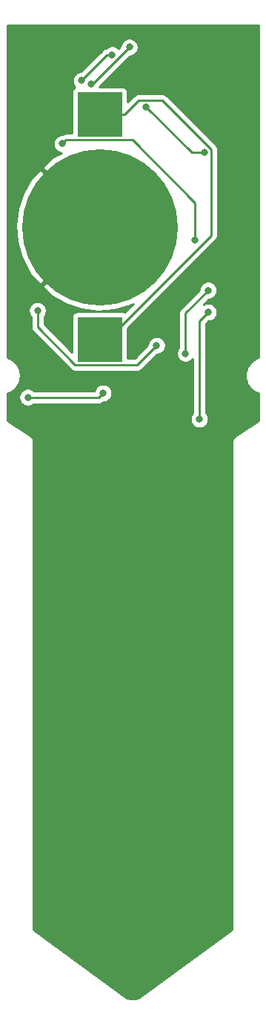
<source format=gbr>
G04 #@! TF.GenerationSoftware,KiCad,Pcbnew,(5.1.2-1)-1*
G04 #@! TF.CreationDate,2021-02-23T18:56:46+01:00*
G04 #@! TF.ProjectId,parasite,70617261-7369-4746-952e-6b696361645f,1.1.0*
G04 #@! TF.SameCoordinates,Original*
G04 #@! TF.FileFunction,Copper,L2,Bot*
G04 #@! TF.FilePolarity,Positive*
%FSLAX46Y46*%
G04 Gerber Fmt 4.6, Leading zero omitted, Abs format (unit mm)*
G04 Created by KiCad (PCBNEW (5.1.2-1)-1) date 2021-02-23 18:56:46*
%MOMM*%
%LPD*%
G04 APERTURE LIST*
%ADD10C,17.800000*%
%ADD11R,5.100000X5.100000*%
%ADD12C,0.800000*%
%ADD13C,0.250000*%
%ADD14C,0.254000*%
G04 APERTURE END LIST*
D10*
X114200000Y-71600000D03*
D11*
X114200000Y-58800000D03*
X114200000Y-84400000D03*
D12*
X106670000Y-69205000D03*
X125600000Y-93500000D03*
X126600000Y-81300000D03*
X125100000Y-73100000D03*
X109900000Y-62100000D03*
X124000000Y-86000000D03*
X126600000Y-78800000D03*
X114600000Y-90500000D03*
X106000000Y-91000000D03*
X114200000Y-84400000D03*
X117600000Y-51100000D03*
X113200000Y-55300000D03*
X120700000Y-85075000D03*
X107100000Y-81100000D03*
X115630001Y-51969999D03*
X112100000Y-54900000D03*
X126200000Y-63100000D03*
X119500000Y-57900000D03*
D13*
X125600000Y-82300000D02*
X126600000Y-81300000D01*
X125600000Y-93500000D02*
X125600000Y-82300000D01*
X125100000Y-72534315D02*
X125100000Y-73100000D01*
X125100000Y-68846998D02*
X125100000Y-72534315D01*
X117928003Y-61675001D02*
X125100000Y-68846998D01*
X110324999Y-61675001D02*
X117928003Y-61675001D01*
X109900000Y-62100000D02*
X110324999Y-61675001D01*
X124000000Y-81400000D02*
X126600000Y-78800000D01*
X124000000Y-86000000D02*
X124000000Y-81400000D01*
X114100000Y-91000000D02*
X106000000Y-91000000D01*
X114600000Y-90500000D02*
X114100000Y-91000000D01*
X118625001Y-57174999D02*
X117000000Y-58800000D01*
X121348001Y-57174999D02*
X118625001Y-57174999D01*
X126925001Y-62751999D02*
X121348001Y-57174999D01*
X126925001Y-72528001D02*
X126925001Y-62751999D01*
X117000000Y-58800000D02*
X114200000Y-58800000D01*
X115053002Y-84400000D02*
X126925001Y-72528001D01*
X114200000Y-84400000D02*
X115053002Y-84400000D01*
X113400000Y-55300000D02*
X113200000Y-55300000D01*
X117600000Y-51100000D02*
X113400000Y-55300000D01*
X107100000Y-82985002D02*
X107100000Y-81665685D01*
X111389999Y-87275001D02*
X107100000Y-82985002D01*
X107100000Y-81665685D02*
X107100000Y-81100000D01*
X118499999Y-87275001D02*
X111389999Y-87275001D01*
X120700000Y-85075000D02*
X118499999Y-87275001D01*
X115030001Y-51969999D02*
X112100000Y-54900000D01*
X115630001Y-51969999D02*
X115030001Y-51969999D01*
X126200000Y-63100000D02*
X124700000Y-63100000D01*
X124700000Y-63100000D02*
X119500000Y-57900000D01*
D14*
G36*
X132340001Y-86450801D02*
G01*
X132209523Y-86492191D01*
X132154588Y-86515737D01*
X132099235Y-86538551D01*
X132091129Y-86542935D01*
X131834592Y-86683968D01*
X131785247Y-86717755D01*
X131735409Y-86750867D01*
X131728309Y-86756741D01*
X131504051Y-86944916D01*
X131462207Y-86987646D01*
X131419751Y-87029806D01*
X131413927Y-87036947D01*
X131230491Y-87265097D01*
X131197744Y-87315139D01*
X131164286Y-87364742D01*
X131159960Y-87372879D01*
X131024330Y-87632313D01*
X131001918Y-87687785D01*
X130978740Y-87742923D01*
X130976077Y-87751745D01*
X130893422Y-88032583D01*
X130882224Y-88091284D01*
X130870184Y-88149940D01*
X130869285Y-88159112D01*
X130842753Y-88450656D01*
X130843171Y-88510472D01*
X130842753Y-88570288D01*
X130843652Y-88579460D01*
X130874252Y-88870605D01*
X130886283Y-88929217D01*
X130897489Y-88987963D01*
X130900153Y-88996784D01*
X130986721Y-89276440D01*
X131009899Y-89331578D01*
X131032311Y-89387050D01*
X131036638Y-89395186D01*
X131175877Y-89652702D01*
X131209304Y-89702259D01*
X131242080Y-89752347D01*
X131247905Y-89759488D01*
X131434510Y-89985056D01*
X131476965Y-90027215D01*
X131518809Y-90069945D01*
X131525909Y-90075819D01*
X131752773Y-90260845D01*
X131802566Y-90293927D01*
X131851955Y-90327745D01*
X131860061Y-90332127D01*
X132118542Y-90469564D01*
X132173836Y-90492355D01*
X132228829Y-90515925D01*
X132237632Y-90518650D01*
X132340000Y-90549557D01*
X132340001Y-93646778D01*
X129660588Y-95433054D01*
X129631550Y-95448575D01*
X129581287Y-95489825D01*
X129531543Y-95530562D01*
X129531323Y-95530830D01*
X129531052Y-95531052D01*
X129489702Y-95581438D01*
X129448962Y-95630974D01*
X129448799Y-95631278D01*
X129448575Y-95631551D01*
X129417976Y-95688798D01*
X129387556Y-95745566D01*
X129387454Y-95745901D01*
X129387290Y-95746208D01*
X129368356Y-95808623D01*
X129349687Y-95869938D01*
X129349653Y-95870278D01*
X129349550Y-95870618D01*
X129343124Y-95935859D01*
X129336808Y-95999307D01*
X129340000Y-96032066D01*
X129340001Y-151663912D01*
X118721338Y-159386575D01*
X118314733Y-159479214D01*
X117827192Y-159493131D01*
X117323567Y-159408264D01*
X117297780Y-159400478D01*
X106660000Y-151663913D01*
X106660000Y-96032065D01*
X106663192Y-95999306D01*
X106656876Y-95935858D01*
X106650450Y-95870617D01*
X106650347Y-95870277D01*
X106650313Y-95869937D01*
X106631644Y-95808622D01*
X106612710Y-95746207D01*
X106612546Y-95745900D01*
X106612444Y-95745565D01*
X106582024Y-95688797D01*
X106551425Y-95631550D01*
X106551201Y-95631277D01*
X106551038Y-95630973D01*
X106510105Y-95581201D01*
X106468948Y-95531052D01*
X106468680Y-95530832D01*
X106468457Y-95530561D01*
X106417903Y-95489161D01*
X106368449Y-95448575D01*
X106339423Y-95433061D01*
X103660000Y-93646779D01*
X103660000Y-90898061D01*
X104965000Y-90898061D01*
X104965000Y-91101939D01*
X105004774Y-91301898D01*
X105082795Y-91490256D01*
X105196063Y-91659774D01*
X105340226Y-91803937D01*
X105509744Y-91917205D01*
X105698102Y-91995226D01*
X105898061Y-92035000D01*
X106101939Y-92035000D01*
X106301898Y-91995226D01*
X106490256Y-91917205D01*
X106659774Y-91803937D01*
X106703711Y-91760000D01*
X114062678Y-91760000D01*
X114100000Y-91763676D01*
X114137322Y-91760000D01*
X114137333Y-91760000D01*
X114248986Y-91749003D01*
X114392247Y-91705546D01*
X114524276Y-91634974D01*
X114640001Y-91540001D01*
X114644105Y-91535000D01*
X114701939Y-91535000D01*
X114901898Y-91495226D01*
X115090256Y-91417205D01*
X115259774Y-91303937D01*
X115403937Y-91159774D01*
X115517205Y-90990256D01*
X115595226Y-90801898D01*
X115635000Y-90601939D01*
X115635000Y-90398061D01*
X115595226Y-90198102D01*
X115517205Y-90009744D01*
X115403937Y-89840226D01*
X115259774Y-89696063D01*
X115090256Y-89582795D01*
X114901898Y-89504774D01*
X114701939Y-89465000D01*
X114498061Y-89465000D01*
X114298102Y-89504774D01*
X114109744Y-89582795D01*
X113940226Y-89696063D01*
X113796063Y-89840226D01*
X113682795Y-90009744D01*
X113604774Y-90198102D01*
X113596440Y-90240000D01*
X106703711Y-90240000D01*
X106659774Y-90196063D01*
X106490256Y-90082795D01*
X106301898Y-90004774D01*
X106101939Y-89965000D01*
X105898061Y-89965000D01*
X105698102Y-90004774D01*
X105509744Y-90082795D01*
X105340226Y-90196063D01*
X105196063Y-90340226D01*
X105082795Y-90509744D01*
X105004774Y-90698102D01*
X104965000Y-90898061D01*
X103660000Y-90898061D01*
X103660000Y-90549198D01*
X103790476Y-90507809D01*
X103845412Y-90484263D01*
X103900764Y-90461449D01*
X103908870Y-90457065D01*
X104165408Y-90316032D01*
X104214753Y-90282245D01*
X104264591Y-90249133D01*
X104271691Y-90243259D01*
X104495949Y-90055084D01*
X104537793Y-90012354D01*
X104580248Y-89970195D01*
X104586072Y-89963053D01*
X104769509Y-89734903D01*
X104802251Y-89684869D01*
X104835714Y-89635258D01*
X104840040Y-89627122D01*
X104975670Y-89367687D01*
X104998082Y-89312215D01*
X105021260Y-89257077D01*
X105023923Y-89248255D01*
X105106578Y-88967417D01*
X105117785Y-88908669D01*
X105129816Y-88850059D01*
X105130715Y-88840888D01*
X105157247Y-88549344D01*
X105156829Y-88489528D01*
X105157247Y-88429712D01*
X105156348Y-88420541D01*
X105125748Y-88129395D01*
X105113710Y-88070753D01*
X105102510Y-88012037D01*
X105099847Y-88003216D01*
X105013279Y-87723560D01*
X104990101Y-87668422D01*
X104967689Y-87612950D01*
X104963362Y-87604814D01*
X104824123Y-87347298D01*
X104790701Y-87297749D01*
X104757920Y-87247653D01*
X104752095Y-87240512D01*
X104565490Y-87014945D01*
X104523054Y-86972804D01*
X104481191Y-86930055D01*
X104474091Y-86924181D01*
X104247227Y-86739155D01*
X104197408Y-86706055D01*
X104148045Y-86672256D01*
X104139939Y-86667873D01*
X103881458Y-86530436D01*
X103826164Y-86507645D01*
X103771171Y-86484075D01*
X103762368Y-86481350D01*
X103660000Y-86450443D01*
X103660000Y-80998061D01*
X106065000Y-80998061D01*
X106065000Y-81201939D01*
X106104774Y-81401898D01*
X106182795Y-81590256D01*
X106296063Y-81759774D01*
X106340001Y-81803712D01*
X106340000Y-82947679D01*
X106336324Y-82985002D01*
X106340000Y-83022324D01*
X106340000Y-83022334D01*
X106350997Y-83133987D01*
X106394454Y-83277248D01*
X106465026Y-83409278D01*
X106504871Y-83457828D01*
X106559999Y-83525003D01*
X106589003Y-83548806D01*
X110826200Y-87786004D01*
X110849998Y-87815002D01*
X110965723Y-87909975D01*
X111097752Y-87980547D01*
X111241013Y-88024004D01*
X111352666Y-88035001D01*
X111352674Y-88035001D01*
X111389999Y-88038677D01*
X111427324Y-88035001D01*
X118462677Y-88035001D01*
X118499999Y-88038677D01*
X118537321Y-88035001D01*
X118537332Y-88035001D01*
X118648985Y-88024004D01*
X118792246Y-87980547D01*
X118924275Y-87909975D01*
X119040000Y-87815002D01*
X119063803Y-87785998D01*
X120739802Y-86110000D01*
X120801939Y-86110000D01*
X121001898Y-86070226D01*
X121190256Y-85992205D01*
X121331152Y-85898061D01*
X122965000Y-85898061D01*
X122965000Y-86101939D01*
X123004774Y-86301898D01*
X123082795Y-86490256D01*
X123196063Y-86659774D01*
X123340226Y-86803937D01*
X123509744Y-86917205D01*
X123698102Y-86995226D01*
X123898061Y-87035000D01*
X124101939Y-87035000D01*
X124301898Y-86995226D01*
X124490256Y-86917205D01*
X124659774Y-86803937D01*
X124803937Y-86659774D01*
X124840001Y-86605801D01*
X124840000Y-92796289D01*
X124796063Y-92840226D01*
X124682795Y-93009744D01*
X124604774Y-93198102D01*
X124565000Y-93398061D01*
X124565000Y-93601939D01*
X124604774Y-93801898D01*
X124682795Y-93990256D01*
X124796063Y-94159774D01*
X124940226Y-94303937D01*
X125109744Y-94417205D01*
X125298102Y-94495226D01*
X125498061Y-94535000D01*
X125701939Y-94535000D01*
X125901898Y-94495226D01*
X126090256Y-94417205D01*
X126259774Y-94303937D01*
X126403937Y-94159774D01*
X126517205Y-93990256D01*
X126595226Y-93801898D01*
X126635000Y-93601939D01*
X126635000Y-93398061D01*
X126595226Y-93198102D01*
X126517205Y-93009744D01*
X126403937Y-92840226D01*
X126360000Y-92796289D01*
X126360000Y-82614801D01*
X126639802Y-82335000D01*
X126701939Y-82335000D01*
X126901898Y-82295226D01*
X127090256Y-82217205D01*
X127259774Y-82103937D01*
X127403937Y-81959774D01*
X127517205Y-81790256D01*
X127595226Y-81601898D01*
X127635000Y-81401939D01*
X127635000Y-81198061D01*
X127595226Y-80998102D01*
X127517205Y-80809744D01*
X127403937Y-80640226D01*
X127259774Y-80496063D01*
X127090256Y-80382795D01*
X126901898Y-80304774D01*
X126701939Y-80265000D01*
X126498061Y-80265000D01*
X126298102Y-80304774D01*
X126109744Y-80382795D01*
X126056290Y-80418512D01*
X126639802Y-79835000D01*
X126701939Y-79835000D01*
X126901898Y-79795226D01*
X127090256Y-79717205D01*
X127259774Y-79603937D01*
X127403937Y-79459774D01*
X127517205Y-79290256D01*
X127595226Y-79101898D01*
X127635000Y-78901939D01*
X127635000Y-78698061D01*
X127595226Y-78498102D01*
X127517205Y-78309744D01*
X127403937Y-78140226D01*
X127259774Y-77996063D01*
X127090256Y-77882795D01*
X126901898Y-77804774D01*
X126701939Y-77765000D01*
X126498061Y-77765000D01*
X126298102Y-77804774D01*
X126109744Y-77882795D01*
X125940226Y-77996063D01*
X125796063Y-78140226D01*
X125682795Y-78309744D01*
X125604774Y-78498102D01*
X125565000Y-78698061D01*
X125565000Y-78760198D01*
X123488998Y-80836201D01*
X123460000Y-80859999D01*
X123436202Y-80888997D01*
X123436201Y-80888998D01*
X123365026Y-80975724D01*
X123294454Y-81107754D01*
X123281332Y-81151014D01*
X123259136Y-81224188D01*
X123250998Y-81251015D01*
X123236324Y-81400000D01*
X123240001Y-81437332D01*
X123240000Y-85296289D01*
X123196063Y-85340226D01*
X123082795Y-85509744D01*
X123004774Y-85698102D01*
X122965000Y-85898061D01*
X121331152Y-85898061D01*
X121359774Y-85878937D01*
X121503937Y-85734774D01*
X121617205Y-85565256D01*
X121695226Y-85376898D01*
X121735000Y-85176939D01*
X121735000Y-84973061D01*
X121695226Y-84773102D01*
X121617205Y-84584744D01*
X121503937Y-84415226D01*
X121359774Y-84271063D01*
X121190256Y-84157795D01*
X121001898Y-84079774D01*
X120801939Y-84040000D01*
X120598061Y-84040000D01*
X120398102Y-84079774D01*
X120209744Y-84157795D01*
X120040226Y-84271063D01*
X119896063Y-84415226D01*
X119782795Y-84584744D01*
X119704774Y-84773102D01*
X119665000Y-84973061D01*
X119665000Y-85035198D01*
X118185198Y-86515001D01*
X117388072Y-86515001D01*
X117388072Y-83139731D01*
X127436005Y-73091799D01*
X127465002Y-73068002D01*
X127522401Y-72998061D01*
X127559975Y-72952278D01*
X127630547Y-72820248D01*
X127637265Y-72798102D01*
X127674004Y-72676987D01*
X127685001Y-72565334D01*
X127685001Y-72565324D01*
X127688677Y-72528001D01*
X127685001Y-72490679D01*
X127685001Y-62789321D01*
X127688677Y-62751998D01*
X127685001Y-62714675D01*
X127685001Y-62714666D01*
X127674004Y-62603013D01*
X127630547Y-62459752D01*
X127594464Y-62392246D01*
X127559975Y-62327722D01*
X127488800Y-62240996D01*
X127465002Y-62211998D01*
X127436004Y-62188200D01*
X121911805Y-56664002D01*
X121888002Y-56634998D01*
X121772277Y-56540025D01*
X121640248Y-56469453D01*
X121496987Y-56425996D01*
X121385334Y-56414999D01*
X121385323Y-56414999D01*
X121348001Y-56411323D01*
X121310679Y-56414999D01*
X118662323Y-56414999D01*
X118625000Y-56411323D01*
X118587677Y-56414999D01*
X118587668Y-56414999D01*
X118476015Y-56425996D01*
X118332754Y-56469453D01*
X118200725Y-56540025D01*
X118200723Y-56540026D01*
X118200724Y-56540026D01*
X118113997Y-56611200D01*
X118113993Y-56611204D01*
X118085000Y-56634998D01*
X118061206Y-56663991D01*
X117388072Y-57337126D01*
X117388072Y-56250000D01*
X117375812Y-56125518D01*
X117339502Y-56005820D01*
X117280537Y-55895506D01*
X117201185Y-55798815D01*
X117104494Y-55719463D01*
X116994180Y-55660498D01*
X116874482Y-55624188D01*
X116750000Y-55611928D01*
X114191071Y-55611928D01*
X114195226Y-55601898D01*
X114200769Y-55574032D01*
X117639802Y-52135000D01*
X117701939Y-52135000D01*
X117901898Y-52095226D01*
X118090256Y-52017205D01*
X118259774Y-51903937D01*
X118403937Y-51759774D01*
X118517205Y-51590256D01*
X118595226Y-51401898D01*
X118635000Y-51201939D01*
X118635000Y-50998061D01*
X118595226Y-50798102D01*
X118517205Y-50609744D01*
X118403937Y-50440226D01*
X118259774Y-50296063D01*
X118090256Y-50182795D01*
X117901898Y-50104774D01*
X117701939Y-50065000D01*
X117498061Y-50065000D01*
X117298102Y-50104774D01*
X117109744Y-50182795D01*
X116940226Y-50296063D01*
X116796063Y-50440226D01*
X116682795Y-50609744D01*
X116604774Y-50798102D01*
X116565000Y-50998061D01*
X116565000Y-51060198D01*
X116374456Y-51250743D01*
X116289775Y-51166062D01*
X116120257Y-51052794D01*
X115931899Y-50974773D01*
X115731940Y-50934999D01*
X115528062Y-50934999D01*
X115328103Y-50974773D01*
X115139745Y-51052794D01*
X114970227Y-51166062D01*
X114919038Y-51217251D01*
X114881015Y-51220996D01*
X114737754Y-51264453D01*
X114605724Y-51335025D01*
X114536000Y-51392247D01*
X114490000Y-51429998D01*
X114466202Y-51458996D01*
X112060199Y-53865000D01*
X111998061Y-53865000D01*
X111798102Y-53904774D01*
X111609744Y-53982795D01*
X111440226Y-54096063D01*
X111296063Y-54240226D01*
X111182795Y-54409744D01*
X111104774Y-54598102D01*
X111065000Y-54798061D01*
X111065000Y-55001939D01*
X111104774Y-55201898D01*
X111182795Y-55390256D01*
X111296063Y-55559774D01*
X111399933Y-55663644D01*
X111295506Y-55719463D01*
X111198815Y-55798815D01*
X111119463Y-55895506D01*
X111060498Y-56005820D01*
X111024188Y-56125518D01*
X111011928Y-56250000D01*
X111011928Y-60915001D01*
X110362321Y-60915001D01*
X110324998Y-60911325D01*
X110287675Y-60915001D01*
X110287666Y-60915001D01*
X110176013Y-60925998D01*
X110032752Y-60969455D01*
X109900723Y-61040027D01*
X109870293Y-61065000D01*
X109798061Y-61065000D01*
X109598102Y-61104774D01*
X109409744Y-61182795D01*
X109240226Y-61296063D01*
X109096063Y-61440226D01*
X108982795Y-61609744D01*
X108904774Y-61798102D01*
X108865000Y-61998061D01*
X108865000Y-62201939D01*
X108904774Y-62401898D01*
X108982795Y-62590256D01*
X109096063Y-62759774D01*
X109240226Y-62903937D01*
X109409744Y-63017205D01*
X109598102Y-63095226D01*
X109798061Y-63135000D01*
X109809459Y-63135000D01*
X109086024Y-63497814D01*
X108671590Y-63774730D01*
X107627775Y-64848170D01*
X114200000Y-71420395D01*
X114214143Y-71406253D01*
X114393748Y-71585858D01*
X114379605Y-71600000D01*
X114393748Y-71614143D01*
X114214143Y-71793748D01*
X114200000Y-71779605D01*
X107627775Y-78351830D01*
X108671590Y-79425270D01*
X110304451Y-80353449D01*
X112087016Y-80945238D01*
X113950782Y-81177894D01*
X115824125Y-81042478D01*
X117635054Y-80544192D01*
X118034173Y-80344027D01*
X117074676Y-81303525D01*
X116994180Y-81260498D01*
X116874482Y-81224188D01*
X116750000Y-81211928D01*
X111650000Y-81211928D01*
X111525518Y-81224188D01*
X111405820Y-81260498D01*
X111295506Y-81319463D01*
X111198815Y-81398815D01*
X111119463Y-81495506D01*
X111060498Y-81605820D01*
X111024188Y-81725518D01*
X111011928Y-81850000D01*
X111011928Y-85822128D01*
X107860000Y-82670201D01*
X107860000Y-81803711D01*
X107903937Y-81759774D01*
X108017205Y-81590256D01*
X108095226Y-81401898D01*
X108135000Y-81201939D01*
X108135000Y-80998061D01*
X108095226Y-80798102D01*
X108017205Y-80609744D01*
X107903937Y-80440226D01*
X107759774Y-80296063D01*
X107590256Y-80182795D01*
X107401898Y-80104774D01*
X107201939Y-80065000D01*
X106998061Y-80065000D01*
X106798102Y-80104774D01*
X106609744Y-80182795D01*
X106440226Y-80296063D01*
X106296063Y-80440226D01*
X106182795Y-80609744D01*
X106104774Y-80798102D01*
X106065000Y-80998061D01*
X103660000Y-80998061D01*
X103660000Y-71350782D01*
X104622106Y-71350782D01*
X104757522Y-73224125D01*
X105255808Y-75035054D01*
X106097814Y-76713976D01*
X106374730Y-77128410D01*
X107448170Y-78172225D01*
X114020395Y-71600000D01*
X107448170Y-65027775D01*
X106374730Y-66071590D01*
X105446551Y-67704451D01*
X104854762Y-69487016D01*
X104622106Y-71350782D01*
X103660000Y-71350782D01*
X103660000Y-48627000D01*
X132340000Y-48627000D01*
X132340001Y-86450801D01*
X132340001Y-86450801D01*
G37*
X132340001Y-86450801D02*
X132209523Y-86492191D01*
X132154588Y-86515737D01*
X132099235Y-86538551D01*
X132091129Y-86542935D01*
X131834592Y-86683968D01*
X131785247Y-86717755D01*
X131735409Y-86750867D01*
X131728309Y-86756741D01*
X131504051Y-86944916D01*
X131462207Y-86987646D01*
X131419751Y-87029806D01*
X131413927Y-87036947D01*
X131230491Y-87265097D01*
X131197744Y-87315139D01*
X131164286Y-87364742D01*
X131159960Y-87372879D01*
X131024330Y-87632313D01*
X131001918Y-87687785D01*
X130978740Y-87742923D01*
X130976077Y-87751745D01*
X130893422Y-88032583D01*
X130882224Y-88091284D01*
X130870184Y-88149940D01*
X130869285Y-88159112D01*
X130842753Y-88450656D01*
X130843171Y-88510472D01*
X130842753Y-88570288D01*
X130843652Y-88579460D01*
X130874252Y-88870605D01*
X130886283Y-88929217D01*
X130897489Y-88987963D01*
X130900153Y-88996784D01*
X130986721Y-89276440D01*
X131009899Y-89331578D01*
X131032311Y-89387050D01*
X131036638Y-89395186D01*
X131175877Y-89652702D01*
X131209304Y-89702259D01*
X131242080Y-89752347D01*
X131247905Y-89759488D01*
X131434510Y-89985056D01*
X131476965Y-90027215D01*
X131518809Y-90069945D01*
X131525909Y-90075819D01*
X131752773Y-90260845D01*
X131802566Y-90293927D01*
X131851955Y-90327745D01*
X131860061Y-90332127D01*
X132118542Y-90469564D01*
X132173836Y-90492355D01*
X132228829Y-90515925D01*
X132237632Y-90518650D01*
X132340000Y-90549557D01*
X132340001Y-93646778D01*
X129660588Y-95433054D01*
X129631550Y-95448575D01*
X129581287Y-95489825D01*
X129531543Y-95530562D01*
X129531323Y-95530830D01*
X129531052Y-95531052D01*
X129489702Y-95581438D01*
X129448962Y-95630974D01*
X129448799Y-95631278D01*
X129448575Y-95631551D01*
X129417976Y-95688798D01*
X129387556Y-95745566D01*
X129387454Y-95745901D01*
X129387290Y-95746208D01*
X129368356Y-95808623D01*
X129349687Y-95869938D01*
X129349653Y-95870278D01*
X129349550Y-95870618D01*
X129343124Y-95935859D01*
X129336808Y-95999307D01*
X129340000Y-96032066D01*
X129340001Y-151663912D01*
X118721338Y-159386575D01*
X118314733Y-159479214D01*
X117827192Y-159493131D01*
X117323567Y-159408264D01*
X117297780Y-159400478D01*
X106660000Y-151663913D01*
X106660000Y-96032065D01*
X106663192Y-95999306D01*
X106656876Y-95935858D01*
X106650450Y-95870617D01*
X106650347Y-95870277D01*
X106650313Y-95869937D01*
X106631644Y-95808622D01*
X106612710Y-95746207D01*
X106612546Y-95745900D01*
X106612444Y-95745565D01*
X106582024Y-95688797D01*
X106551425Y-95631550D01*
X106551201Y-95631277D01*
X106551038Y-95630973D01*
X106510105Y-95581201D01*
X106468948Y-95531052D01*
X106468680Y-95530832D01*
X106468457Y-95530561D01*
X106417903Y-95489161D01*
X106368449Y-95448575D01*
X106339423Y-95433061D01*
X103660000Y-93646779D01*
X103660000Y-90898061D01*
X104965000Y-90898061D01*
X104965000Y-91101939D01*
X105004774Y-91301898D01*
X105082795Y-91490256D01*
X105196063Y-91659774D01*
X105340226Y-91803937D01*
X105509744Y-91917205D01*
X105698102Y-91995226D01*
X105898061Y-92035000D01*
X106101939Y-92035000D01*
X106301898Y-91995226D01*
X106490256Y-91917205D01*
X106659774Y-91803937D01*
X106703711Y-91760000D01*
X114062678Y-91760000D01*
X114100000Y-91763676D01*
X114137322Y-91760000D01*
X114137333Y-91760000D01*
X114248986Y-91749003D01*
X114392247Y-91705546D01*
X114524276Y-91634974D01*
X114640001Y-91540001D01*
X114644105Y-91535000D01*
X114701939Y-91535000D01*
X114901898Y-91495226D01*
X115090256Y-91417205D01*
X115259774Y-91303937D01*
X115403937Y-91159774D01*
X115517205Y-90990256D01*
X115595226Y-90801898D01*
X115635000Y-90601939D01*
X115635000Y-90398061D01*
X115595226Y-90198102D01*
X115517205Y-90009744D01*
X115403937Y-89840226D01*
X115259774Y-89696063D01*
X115090256Y-89582795D01*
X114901898Y-89504774D01*
X114701939Y-89465000D01*
X114498061Y-89465000D01*
X114298102Y-89504774D01*
X114109744Y-89582795D01*
X113940226Y-89696063D01*
X113796063Y-89840226D01*
X113682795Y-90009744D01*
X113604774Y-90198102D01*
X113596440Y-90240000D01*
X106703711Y-90240000D01*
X106659774Y-90196063D01*
X106490256Y-90082795D01*
X106301898Y-90004774D01*
X106101939Y-89965000D01*
X105898061Y-89965000D01*
X105698102Y-90004774D01*
X105509744Y-90082795D01*
X105340226Y-90196063D01*
X105196063Y-90340226D01*
X105082795Y-90509744D01*
X105004774Y-90698102D01*
X104965000Y-90898061D01*
X103660000Y-90898061D01*
X103660000Y-90549198D01*
X103790476Y-90507809D01*
X103845412Y-90484263D01*
X103900764Y-90461449D01*
X103908870Y-90457065D01*
X104165408Y-90316032D01*
X104214753Y-90282245D01*
X104264591Y-90249133D01*
X104271691Y-90243259D01*
X104495949Y-90055084D01*
X104537793Y-90012354D01*
X104580248Y-89970195D01*
X104586072Y-89963053D01*
X104769509Y-89734903D01*
X104802251Y-89684869D01*
X104835714Y-89635258D01*
X104840040Y-89627122D01*
X104975670Y-89367687D01*
X104998082Y-89312215D01*
X105021260Y-89257077D01*
X105023923Y-89248255D01*
X105106578Y-88967417D01*
X105117785Y-88908669D01*
X105129816Y-88850059D01*
X105130715Y-88840888D01*
X105157247Y-88549344D01*
X105156829Y-88489528D01*
X105157247Y-88429712D01*
X105156348Y-88420541D01*
X105125748Y-88129395D01*
X105113710Y-88070753D01*
X105102510Y-88012037D01*
X105099847Y-88003216D01*
X105013279Y-87723560D01*
X104990101Y-87668422D01*
X104967689Y-87612950D01*
X104963362Y-87604814D01*
X104824123Y-87347298D01*
X104790701Y-87297749D01*
X104757920Y-87247653D01*
X104752095Y-87240512D01*
X104565490Y-87014945D01*
X104523054Y-86972804D01*
X104481191Y-86930055D01*
X104474091Y-86924181D01*
X104247227Y-86739155D01*
X104197408Y-86706055D01*
X104148045Y-86672256D01*
X104139939Y-86667873D01*
X103881458Y-86530436D01*
X103826164Y-86507645D01*
X103771171Y-86484075D01*
X103762368Y-86481350D01*
X103660000Y-86450443D01*
X103660000Y-80998061D01*
X106065000Y-80998061D01*
X106065000Y-81201939D01*
X106104774Y-81401898D01*
X106182795Y-81590256D01*
X106296063Y-81759774D01*
X106340001Y-81803712D01*
X106340000Y-82947679D01*
X106336324Y-82985002D01*
X106340000Y-83022324D01*
X106340000Y-83022334D01*
X106350997Y-83133987D01*
X106394454Y-83277248D01*
X106465026Y-83409278D01*
X106504871Y-83457828D01*
X106559999Y-83525003D01*
X106589003Y-83548806D01*
X110826200Y-87786004D01*
X110849998Y-87815002D01*
X110965723Y-87909975D01*
X111097752Y-87980547D01*
X111241013Y-88024004D01*
X111352666Y-88035001D01*
X111352674Y-88035001D01*
X111389999Y-88038677D01*
X111427324Y-88035001D01*
X118462677Y-88035001D01*
X118499999Y-88038677D01*
X118537321Y-88035001D01*
X118537332Y-88035001D01*
X118648985Y-88024004D01*
X118792246Y-87980547D01*
X118924275Y-87909975D01*
X119040000Y-87815002D01*
X119063803Y-87785998D01*
X120739802Y-86110000D01*
X120801939Y-86110000D01*
X121001898Y-86070226D01*
X121190256Y-85992205D01*
X121331152Y-85898061D01*
X122965000Y-85898061D01*
X122965000Y-86101939D01*
X123004774Y-86301898D01*
X123082795Y-86490256D01*
X123196063Y-86659774D01*
X123340226Y-86803937D01*
X123509744Y-86917205D01*
X123698102Y-86995226D01*
X123898061Y-87035000D01*
X124101939Y-87035000D01*
X124301898Y-86995226D01*
X124490256Y-86917205D01*
X124659774Y-86803937D01*
X124803937Y-86659774D01*
X124840001Y-86605801D01*
X124840000Y-92796289D01*
X124796063Y-92840226D01*
X124682795Y-93009744D01*
X124604774Y-93198102D01*
X124565000Y-93398061D01*
X124565000Y-93601939D01*
X124604774Y-93801898D01*
X124682795Y-93990256D01*
X124796063Y-94159774D01*
X124940226Y-94303937D01*
X125109744Y-94417205D01*
X125298102Y-94495226D01*
X125498061Y-94535000D01*
X125701939Y-94535000D01*
X125901898Y-94495226D01*
X126090256Y-94417205D01*
X126259774Y-94303937D01*
X126403937Y-94159774D01*
X126517205Y-93990256D01*
X126595226Y-93801898D01*
X126635000Y-93601939D01*
X126635000Y-93398061D01*
X126595226Y-93198102D01*
X126517205Y-93009744D01*
X126403937Y-92840226D01*
X126360000Y-92796289D01*
X126360000Y-82614801D01*
X126639802Y-82335000D01*
X126701939Y-82335000D01*
X126901898Y-82295226D01*
X127090256Y-82217205D01*
X127259774Y-82103937D01*
X127403937Y-81959774D01*
X127517205Y-81790256D01*
X127595226Y-81601898D01*
X127635000Y-81401939D01*
X127635000Y-81198061D01*
X127595226Y-80998102D01*
X127517205Y-80809744D01*
X127403937Y-80640226D01*
X127259774Y-80496063D01*
X127090256Y-80382795D01*
X126901898Y-80304774D01*
X126701939Y-80265000D01*
X126498061Y-80265000D01*
X126298102Y-80304774D01*
X126109744Y-80382795D01*
X126056290Y-80418512D01*
X126639802Y-79835000D01*
X126701939Y-79835000D01*
X126901898Y-79795226D01*
X127090256Y-79717205D01*
X127259774Y-79603937D01*
X127403937Y-79459774D01*
X127517205Y-79290256D01*
X127595226Y-79101898D01*
X127635000Y-78901939D01*
X127635000Y-78698061D01*
X127595226Y-78498102D01*
X127517205Y-78309744D01*
X127403937Y-78140226D01*
X127259774Y-77996063D01*
X127090256Y-77882795D01*
X126901898Y-77804774D01*
X126701939Y-77765000D01*
X126498061Y-77765000D01*
X126298102Y-77804774D01*
X126109744Y-77882795D01*
X125940226Y-77996063D01*
X125796063Y-78140226D01*
X125682795Y-78309744D01*
X125604774Y-78498102D01*
X125565000Y-78698061D01*
X125565000Y-78760198D01*
X123488998Y-80836201D01*
X123460000Y-80859999D01*
X123436202Y-80888997D01*
X123436201Y-80888998D01*
X123365026Y-80975724D01*
X123294454Y-81107754D01*
X123281332Y-81151014D01*
X123259136Y-81224188D01*
X123250998Y-81251015D01*
X123236324Y-81400000D01*
X123240001Y-81437332D01*
X123240000Y-85296289D01*
X123196063Y-85340226D01*
X123082795Y-85509744D01*
X123004774Y-85698102D01*
X122965000Y-85898061D01*
X121331152Y-85898061D01*
X121359774Y-85878937D01*
X121503937Y-85734774D01*
X121617205Y-85565256D01*
X121695226Y-85376898D01*
X121735000Y-85176939D01*
X121735000Y-84973061D01*
X121695226Y-84773102D01*
X121617205Y-84584744D01*
X121503937Y-84415226D01*
X121359774Y-84271063D01*
X121190256Y-84157795D01*
X121001898Y-84079774D01*
X120801939Y-84040000D01*
X120598061Y-84040000D01*
X120398102Y-84079774D01*
X120209744Y-84157795D01*
X120040226Y-84271063D01*
X119896063Y-84415226D01*
X119782795Y-84584744D01*
X119704774Y-84773102D01*
X119665000Y-84973061D01*
X119665000Y-85035198D01*
X118185198Y-86515001D01*
X117388072Y-86515001D01*
X117388072Y-83139731D01*
X127436005Y-73091799D01*
X127465002Y-73068002D01*
X127522401Y-72998061D01*
X127559975Y-72952278D01*
X127630547Y-72820248D01*
X127637265Y-72798102D01*
X127674004Y-72676987D01*
X127685001Y-72565334D01*
X127685001Y-72565324D01*
X127688677Y-72528001D01*
X127685001Y-72490679D01*
X127685001Y-62789321D01*
X127688677Y-62751998D01*
X127685001Y-62714675D01*
X127685001Y-62714666D01*
X127674004Y-62603013D01*
X127630547Y-62459752D01*
X127594464Y-62392246D01*
X127559975Y-62327722D01*
X127488800Y-62240996D01*
X127465002Y-62211998D01*
X127436004Y-62188200D01*
X121911805Y-56664002D01*
X121888002Y-56634998D01*
X121772277Y-56540025D01*
X121640248Y-56469453D01*
X121496987Y-56425996D01*
X121385334Y-56414999D01*
X121385323Y-56414999D01*
X121348001Y-56411323D01*
X121310679Y-56414999D01*
X118662323Y-56414999D01*
X118625000Y-56411323D01*
X118587677Y-56414999D01*
X118587668Y-56414999D01*
X118476015Y-56425996D01*
X118332754Y-56469453D01*
X118200725Y-56540025D01*
X118200723Y-56540026D01*
X118200724Y-56540026D01*
X118113997Y-56611200D01*
X118113993Y-56611204D01*
X118085000Y-56634998D01*
X118061206Y-56663991D01*
X117388072Y-57337126D01*
X117388072Y-56250000D01*
X117375812Y-56125518D01*
X117339502Y-56005820D01*
X117280537Y-55895506D01*
X117201185Y-55798815D01*
X117104494Y-55719463D01*
X116994180Y-55660498D01*
X116874482Y-55624188D01*
X116750000Y-55611928D01*
X114191071Y-55611928D01*
X114195226Y-55601898D01*
X114200769Y-55574032D01*
X117639802Y-52135000D01*
X117701939Y-52135000D01*
X117901898Y-52095226D01*
X118090256Y-52017205D01*
X118259774Y-51903937D01*
X118403937Y-51759774D01*
X118517205Y-51590256D01*
X118595226Y-51401898D01*
X118635000Y-51201939D01*
X118635000Y-50998061D01*
X118595226Y-50798102D01*
X118517205Y-50609744D01*
X118403937Y-50440226D01*
X118259774Y-50296063D01*
X118090256Y-50182795D01*
X117901898Y-50104774D01*
X117701939Y-50065000D01*
X117498061Y-50065000D01*
X117298102Y-50104774D01*
X117109744Y-50182795D01*
X116940226Y-50296063D01*
X116796063Y-50440226D01*
X116682795Y-50609744D01*
X116604774Y-50798102D01*
X116565000Y-50998061D01*
X116565000Y-51060198D01*
X116374456Y-51250743D01*
X116289775Y-51166062D01*
X116120257Y-51052794D01*
X115931899Y-50974773D01*
X115731940Y-50934999D01*
X115528062Y-50934999D01*
X115328103Y-50974773D01*
X115139745Y-51052794D01*
X114970227Y-51166062D01*
X114919038Y-51217251D01*
X114881015Y-51220996D01*
X114737754Y-51264453D01*
X114605724Y-51335025D01*
X114536000Y-51392247D01*
X114490000Y-51429998D01*
X114466202Y-51458996D01*
X112060199Y-53865000D01*
X111998061Y-53865000D01*
X111798102Y-53904774D01*
X111609744Y-53982795D01*
X111440226Y-54096063D01*
X111296063Y-54240226D01*
X111182795Y-54409744D01*
X111104774Y-54598102D01*
X111065000Y-54798061D01*
X111065000Y-55001939D01*
X111104774Y-55201898D01*
X111182795Y-55390256D01*
X111296063Y-55559774D01*
X111399933Y-55663644D01*
X111295506Y-55719463D01*
X111198815Y-55798815D01*
X111119463Y-55895506D01*
X111060498Y-56005820D01*
X111024188Y-56125518D01*
X111011928Y-56250000D01*
X111011928Y-60915001D01*
X110362321Y-60915001D01*
X110324998Y-60911325D01*
X110287675Y-60915001D01*
X110287666Y-60915001D01*
X110176013Y-60925998D01*
X110032752Y-60969455D01*
X109900723Y-61040027D01*
X109870293Y-61065000D01*
X109798061Y-61065000D01*
X109598102Y-61104774D01*
X109409744Y-61182795D01*
X109240226Y-61296063D01*
X109096063Y-61440226D01*
X108982795Y-61609744D01*
X108904774Y-61798102D01*
X108865000Y-61998061D01*
X108865000Y-62201939D01*
X108904774Y-62401898D01*
X108982795Y-62590256D01*
X109096063Y-62759774D01*
X109240226Y-62903937D01*
X109409744Y-63017205D01*
X109598102Y-63095226D01*
X109798061Y-63135000D01*
X109809459Y-63135000D01*
X109086024Y-63497814D01*
X108671590Y-63774730D01*
X107627775Y-64848170D01*
X114200000Y-71420395D01*
X114214143Y-71406253D01*
X114393748Y-71585858D01*
X114379605Y-71600000D01*
X114393748Y-71614143D01*
X114214143Y-71793748D01*
X114200000Y-71779605D01*
X107627775Y-78351830D01*
X108671590Y-79425270D01*
X110304451Y-80353449D01*
X112087016Y-80945238D01*
X113950782Y-81177894D01*
X115824125Y-81042478D01*
X117635054Y-80544192D01*
X118034173Y-80344027D01*
X117074676Y-81303525D01*
X116994180Y-81260498D01*
X116874482Y-81224188D01*
X116750000Y-81211928D01*
X111650000Y-81211928D01*
X111525518Y-81224188D01*
X111405820Y-81260498D01*
X111295506Y-81319463D01*
X111198815Y-81398815D01*
X111119463Y-81495506D01*
X111060498Y-81605820D01*
X111024188Y-81725518D01*
X111011928Y-81850000D01*
X111011928Y-85822128D01*
X107860000Y-82670201D01*
X107860000Y-81803711D01*
X107903937Y-81759774D01*
X108017205Y-81590256D01*
X108095226Y-81401898D01*
X108135000Y-81201939D01*
X108135000Y-80998061D01*
X108095226Y-80798102D01*
X108017205Y-80609744D01*
X107903937Y-80440226D01*
X107759774Y-80296063D01*
X107590256Y-80182795D01*
X107401898Y-80104774D01*
X107201939Y-80065000D01*
X106998061Y-80065000D01*
X106798102Y-80104774D01*
X106609744Y-80182795D01*
X106440226Y-80296063D01*
X106296063Y-80440226D01*
X106182795Y-80609744D01*
X106104774Y-80798102D01*
X106065000Y-80998061D01*
X103660000Y-80998061D01*
X103660000Y-71350782D01*
X104622106Y-71350782D01*
X104757522Y-73224125D01*
X105255808Y-75035054D01*
X106097814Y-76713976D01*
X106374730Y-77128410D01*
X107448170Y-78172225D01*
X114020395Y-71600000D01*
X107448170Y-65027775D01*
X106374730Y-66071590D01*
X105446551Y-67704451D01*
X104854762Y-69487016D01*
X104622106Y-71350782D01*
X103660000Y-71350782D01*
X103660000Y-48627000D01*
X132340000Y-48627000D01*
X132340001Y-86450801D01*
M02*

</source>
